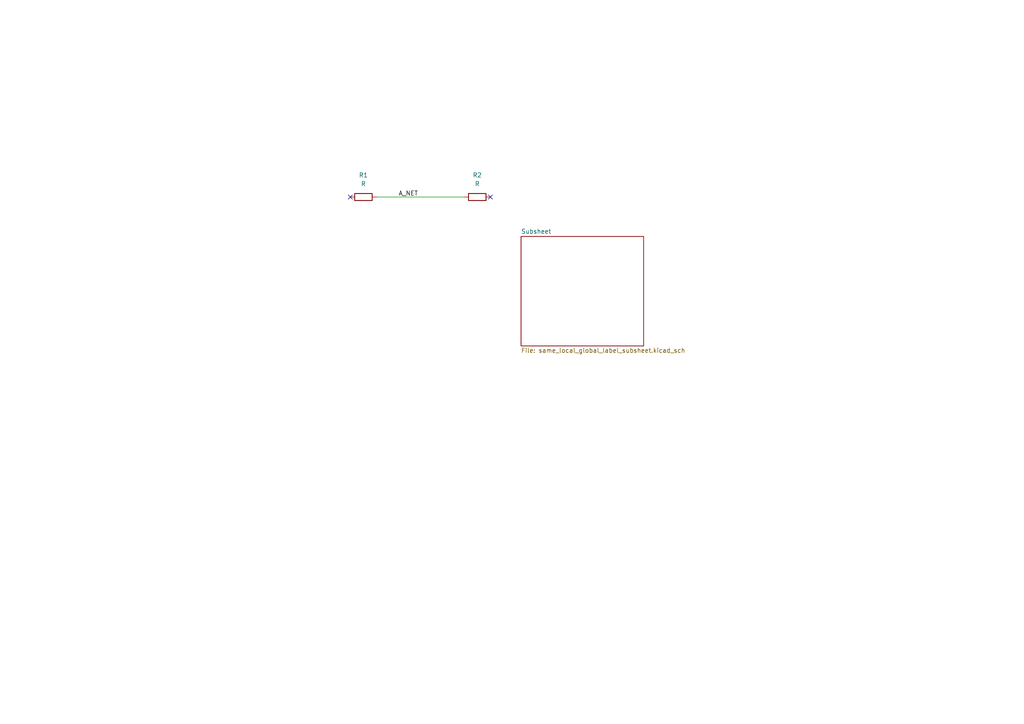
<source format=kicad_sch>
(kicad_sch (version 20240620) (generator "eeschema") (generator_version "8.99")
  (paper "A4")
  (lib_symbols
    (symbol "Device:R" (pin_numbers hide) (pin_names (offset 0))
      (property "Reference" "R" (at 2.032 0 90))
      (property "Value" "R" (at 0 0 90))
      (symbol "R_0_1"
        (rectangle (start -1.016 -2.54) (end 1.016 2.54) (stroke (width 0.254)))
      )
      (symbol "R_1_1"
        (pin passive line (at 0 3.81 270) (length 1.27) (name "~") (number "1"))
        (pin passive line (at 0 -3.81 90) (length 1.27) (name "~") (number "2"))
      )
    )
  )
  (no_connect (at 101.6 57.15))
  (no_connect (at 142.24 57.15))
  (wire (pts (xy 109.22 57.15) (xy 134.62 57.15)))
  (label "A_NET" (at 115.57 57.15 0))
  (symbol (lib_id "Device:R") (at 105.41 57.15 90) (unit 1)
    (property "Reference" "R1" (at 105.41 50.8 90))
    (property "Value" "R" (at 105.41 53.34 90))
    (property "Description" "Resistor" (effects (hide yes)))
  )
  (symbol (lib_id "Device:R") (at 138.43 57.15 90) (unit 1)
    (property "Reference" "R2" (at 138.43 50.8 90))
    (property "Value" "R" (at 138.43 53.34 90))
    (property "Description" "Resistor" (effects (hide yes)))
  )
  (sheet (at 151.13 68.58) (size 35.56 31.75) (stroke (width 0.1524))
    (property "Sheetname" "Subsheet" (at 151.13 67.8684 0) (effects (justify left bottom)))
    (property "Sheetfile" "same_local_global_label_subsheet.kicad_sch" (at 151.13 100.9146 0) (effects (justify left top)))
  )
)
</source>
